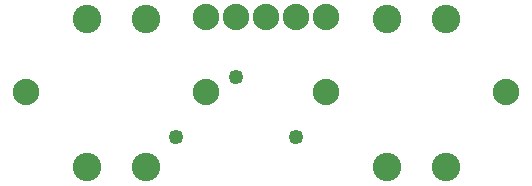
<source format=gbs>
G04 MADE WITH FRITZING*
G04 WWW.FRITZING.ORG*
G04 DOUBLE SIDED*
G04 HOLES PLATED*
G04 CONTOUR ON CENTER OF CONTOUR VECTOR*
%ASAXBY*%
%FSLAX23Y23*%
%MOIN*%
%OFA0B0*%
%SFA1.0B1.0*%
%ADD10C,0.049370*%
%ADD11C,0.095000*%
%ADD12C,0.088000*%
%LNMASK0*%
G90*
G70*
G54D10*
X573Y203D03*
X973Y203D03*
G54D11*
X1473Y596D03*
X1276Y596D03*
X1276Y103D03*
X1473Y103D03*
X473Y596D03*
X276Y596D03*
X276Y103D03*
X473Y103D03*
G54D10*
X773Y403D03*
G54D12*
X673Y603D03*
X773Y603D03*
X873Y603D03*
X973Y603D03*
X1073Y603D03*
X673Y353D03*
X73Y353D03*
X1073Y353D03*
X1673Y353D03*
G04 End of Mask0*
M02*
</source>
